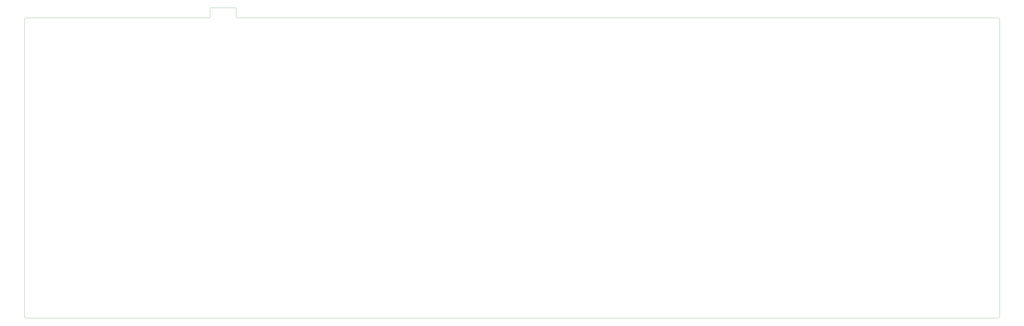
<source format=gbr>
G04 #@! TF.GenerationSoftware,KiCad,Pcbnew,(5.1.4)-1*
G04 #@! TF.CreationDate,2020-03-06T09:19:26+08:00*
G04 #@! TF.ProjectId,Wete,57657465-2e6b-4696-9361-645f70636258,rev?*
G04 #@! TF.SameCoordinates,Original*
G04 #@! TF.FileFunction,Profile,NP*
%FSLAX46Y46*%
G04 Gerber Fmt 4.6, Leading zero omitted, Abs format (unit mm)*
G04 Created by KiCad (PCBNEW (5.1.4)-1) date 2020-03-06 09:19:26*
%MOMM*%
%LPD*%
G04 APERTURE LIST*
%ADD10C,0.050000*%
G04 APERTURE END LIST*
D10*
X74612500Y9525000D02*
X375443750Y9525000D01*
X74215625Y13096875D02*
X74215625Y9921875D01*
X64293750Y13493750D02*
X73818750Y13493750D01*
X63896875Y9921875D02*
X63896875Y13096875D01*
X63896875Y13096875D02*
G75*
G02X64293750Y13493750I396875J0D01*
G01*
X73818750Y13493750D02*
G75*
G02X74215625Y13096875I0J-396875D01*
G01*
X74612500Y9525000D02*
G75*
G02X74215625Y9921875I0J396875D01*
G01*
X63896875Y9921875D02*
G75*
G02X63500000Y9525000I-396875J0D01*
G01*
X376237500Y-108743750D02*
X376237500Y8731250D01*
X-8731250Y-109537500D02*
X375443750Y-109537500D01*
X-9525000Y8731250D02*
X-9525000Y-108743750D01*
X63500000Y9525000D02*
X-8731250Y9525000D01*
X375443750Y9525000D02*
G75*
G02X376237500Y8731250I0J-793750D01*
G01*
X376237500Y-108743750D02*
G75*
G02X375443750Y-109537500I-793750J0D01*
G01*
X-8731250Y-109537500D02*
G75*
G02X-9525000Y-108743750I0J793750D01*
G01*
X-9525000Y8731250D02*
G75*
G02X-8731250Y9525000I793750J0D01*
G01*
M02*

</source>
